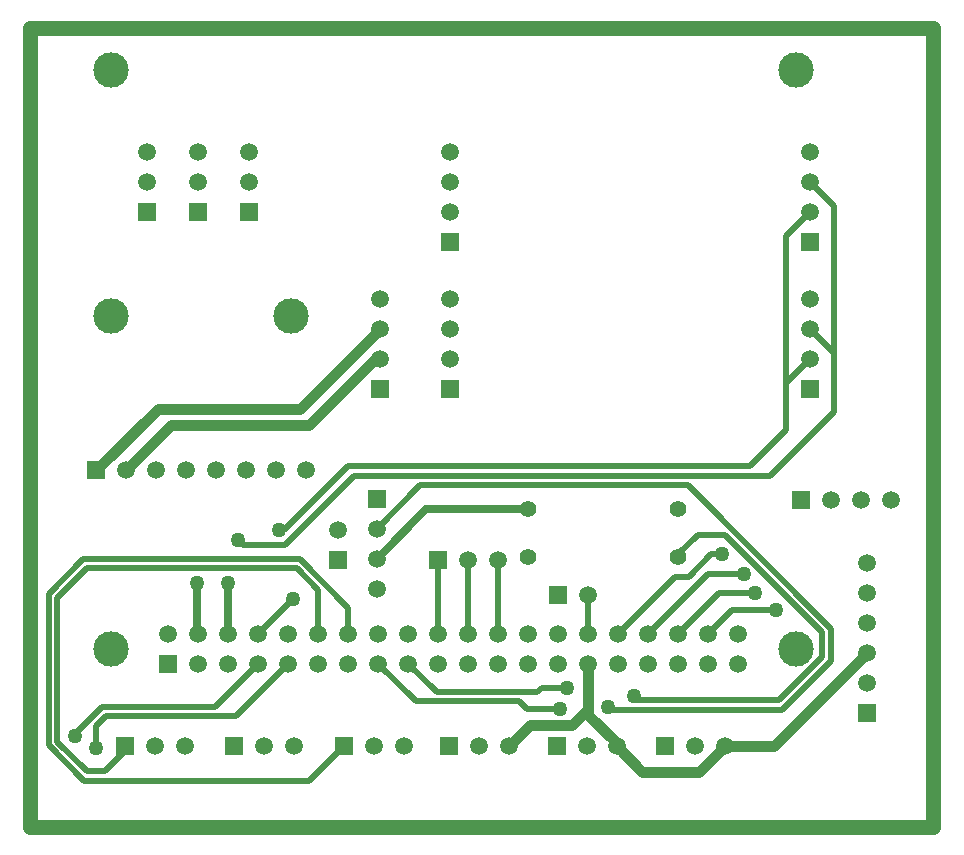
<source format=gbl>
G04 Layer_Physical_Order=2*
G04 Layer_Color=16711680*
%FSLAX44Y44*%
%MOMM*%
G71*
G01*
G75*
%ADD10C,0.9000*%
%ADD11C,0.7000*%
%ADD12C,0.5000*%
%ADD13C,1.2700*%
%ADD14C,3.0000*%
%ADD15C,1.5000*%
%ADD16R,1.5000X1.5000*%
%ADD17R,1.5000X1.5000*%
%ADD18C,1.4000*%
%ADD19C,1.2700*%
D10*
X1282700Y717550D02*
Y720090D01*
X1258570Y744220D02*
X1282700Y720090D01*
X1258570Y744220D02*
Y749300D01*
X1253950Y744680D02*
X1258570Y749300D01*
X1191260Y717550D02*
X1209040Y735330D01*
X1258570Y749300D02*
Y787400D01*
X867410Y951230D02*
X905510Y989330D01*
X1022350D01*
X1078230Y1045210D01*
X1082040D01*
X1282700Y717550D02*
X1304290Y695960D01*
X1352550D01*
X1374140Y717550D01*
X1253950Y744375D02*
Y744680D01*
X1209040Y735330D02*
X1244905D01*
X1253950Y744375D01*
X842010Y951230D02*
X894080Y1003300D01*
X1014730D01*
X1082040Y1070610D01*
X1416050Y717550D02*
X1494790Y796290D01*
X1374140Y717550D02*
X1416050D01*
D11*
X953770Y812800D02*
Y855980D01*
X927100Y814070D02*
Y855980D01*
X1121410Y918210D02*
X1207700D01*
X1079500Y876300D02*
X1121410Y918210D01*
D12*
X1200150Y755650D02*
X1206500Y749300D01*
X1112520Y755650D02*
X1200150D01*
X1080770Y787400D02*
X1112520Y755650D01*
X1106170Y787400D02*
X1130300Y763270D01*
X866140Y713740D02*
Y717550D01*
X1426210Y1024890D02*
Y1149350D01*
Y985520D02*
Y1024890D01*
X1446530Y1045210D01*
X1426210Y1149350D02*
X1446530Y1169670D01*
X1466850Y1050290D02*
Y1174750D01*
Y1000760D02*
Y1050290D01*
X1446530Y1070610D02*
X1466850Y1050290D01*
X1446530Y1195070D02*
X1466850Y1174750D01*
X1360170Y812800D02*
X1380490Y833120D01*
X1417320D01*
X927100Y814070D02*
X928370Y812800D01*
X1029970D02*
Y849630D01*
X979170Y812800D02*
X1008380Y842010D01*
X1283970Y812800D02*
X1332230Y861060D01*
X1258570Y812800D02*
Y845820D01*
X1206500Y749300D02*
X1234440D01*
X960120Y742950D02*
X1004570Y787400D01*
X850133Y742950D02*
X960120D01*
X847090Y750570D02*
X942340D01*
X979170Y787400D01*
X1309370Y812800D02*
X1360170Y863600D01*
X1390650D01*
X1332230Y861060D02*
X1343660D01*
X1362710Y880110D01*
X1371600D01*
X962025Y892175D02*
X966470Y887730D01*
X824230Y727710D02*
X847090Y750570D01*
X824230Y726440D02*
Y727710D01*
X1055370Y812800D02*
Y834893D01*
X808990Y721360D02*
Y843280D01*
Y721360D02*
X833745Y696606D01*
X801450Y718237D02*
X831657Y688030D01*
X801450Y718237D02*
Y846403D01*
X831657Y688030D02*
X1022040D01*
X1051560Y717550D01*
X833745Y696606D02*
X849006D01*
X866140Y713740D01*
X1412050Y945960D02*
X1466850Y1000760D01*
X966470Y887730D02*
X1002030D01*
X996950Y900430D02*
X1000760D01*
X1395730Y955040D02*
X1426210Y985520D01*
X1055370Y955040D02*
X1395730D01*
X1000760Y900430D02*
X1055370Y955040D01*
X1275080Y748030D02*
Y750570D01*
X1297305Y760095D02*
X1300480Y756920D01*
X1275080Y748030D02*
X1422400D01*
X1351280Y896620D02*
X1373996D01*
X1342859Y938420D02*
X1464310Y816969D01*
X1422400Y748030D02*
X1464310Y789940D01*
Y816969D01*
X1373996Y896620D02*
X1456690Y813926D01*
X1300480Y756920D02*
X1420261D01*
X1456690Y793349D01*
Y813926D01*
X1011460Y868140D02*
X1029970Y849630D01*
X833850Y868140D02*
X1011460D01*
X808990Y843280D02*
X833850Y868140D01*
X1014583Y875680D02*
X1055370Y834893D01*
X801450Y846403D02*
X830727Y875680D01*
X1014583D01*
X1002030Y887730D02*
X1060260Y945960D01*
X1079500Y901700D02*
X1116220Y938420D01*
X1060260Y945960D02*
X1412050D01*
X1116220Y938420D02*
X1342859D01*
X1334770Y812800D02*
X1369060Y847090D01*
X1399540D01*
X842010Y734827D02*
X850133Y742950D01*
X842010Y716280D02*
Y734827D01*
X1130300Y763270D02*
X1215390D01*
X1219200Y767080D01*
X1240790D01*
X1334770Y880110D02*
X1351280Y896620D01*
X1182370Y812800D02*
Y872490D01*
X1156970Y812800D02*
Y872490D01*
X1131570Y812800D02*
Y872490D01*
D13*
X786130Y1325880D02*
X1550670D01*
Y648970D02*
Y1325880D01*
X786130Y648970D02*
X1550670D01*
X786130D02*
Y1325880D01*
D14*
X1007110Y1082000D02*
D03*
X1434250Y800100D02*
D03*
X854350D02*
D03*
X1434250Y1290100D02*
D03*
X854710Y1082000D02*
D03*
X854350Y1290100D02*
D03*
D15*
X1046480Y900430D02*
D03*
X1079500Y850900D02*
D03*
Y876300D02*
D03*
Y901700D02*
D03*
X1446530Y1220470D02*
D03*
Y1195070D02*
D03*
Y1169670D02*
D03*
Y1096010D02*
D03*
Y1070610D02*
D03*
Y1045210D02*
D03*
X1494790Y847090D02*
D03*
Y821690D02*
D03*
Y796290D02*
D03*
Y770890D02*
D03*
X916940Y717550D02*
D03*
X1009650D02*
D03*
X1102360D02*
D03*
X1191260D02*
D03*
X1282700D02*
D03*
X1082040Y1045210D02*
D03*
Y1070610D02*
D03*
Y1096010D02*
D03*
X1374140Y717550D02*
D03*
X1258570Y845820D02*
D03*
X1464310Y925830D02*
D03*
X1489710D02*
D03*
X1515110D02*
D03*
X918210Y951230D02*
D03*
X892810D02*
D03*
X867410D02*
D03*
X902970Y812800D02*
D03*
X928370Y787400D02*
D03*
Y812800D02*
D03*
X953770Y787400D02*
D03*
Y812800D02*
D03*
X979170Y787400D02*
D03*
Y812800D02*
D03*
X1004570Y787400D02*
D03*
Y812800D02*
D03*
X1029970Y787400D02*
D03*
Y812800D02*
D03*
X1055370Y787400D02*
D03*
Y812800D02*
D03*
X1080770Y787400D02*
D03*
Y812800D02*
D03*
X1106170Y787400D02*
D03*
Y812800D02*
D03*
X1131570Y787400D02*
D03*
Y812800D02*
D03*
X1156970Y787400D02*
D03*
Y812800D02*
D03*
X1182370Y787400D02*
D03*
Y812800D02*
D03*
X1207770Y787400D02*
D03*
Y812800D02*
D03*
X1233170Y787400D02*
D03*
Y812800D02*
D03*
X1258570Y787400D02*
D03*
Y812800D02*
D03*
X1283970Y787400D02*
D03*
Y812800D02*
D03*
X1309370Y787400D02*
D03*
Y812800D02*
D03*
X1334770Y787400D02*
D03*
Y812800D02*
D03*
X1360170Y787400D02*
D03*
Y812800D02*
D03*
X1385570Y787400D02*
D03*
Y812800D02*
D03*
X1182370Y875030D02*
D03*
X1156970D02*
D03*
X1494790Y872490D02*
D03*
X891540Y717550D02*
D03*
X984250D02*
D03*
X1076960D02*
D03*
X1165860D02*
D03*
X1257300D02*
D03*
X1348740D02*
D03*
X1019810Y951230D02*
D03*
X994410D02*
D03*
X969010D02*
D03*
X943610D02*
D03*
X885190Y1220470D02*
D03*
Y1195070D02*
D03*
X928370Y1220470D02*
D03*
Y1195070D02*
D03*
X971550Y1220470D02*
D03*
Y1195070D02*
D03*
X1141730Y1096010D02*
D03*
Y1070610D02*
D03*
Y1045210D02*
D03*
Y1220470D02*
D03*
Y1195070D02*
D03*
Y1169670D02*
D03*
D16*
X1046480Y875030D02*
D03*
X1079500Y927100D02*
D03*
X1446530Y1144270D02*
D03*
Y1019810D02*
D03*
X1082040D02*
D03*
X1494790Y745490D02*
D03*
X885190Y1169670D02*
D03*
X928370D02*
D03*
X971550D02*
D03*
X1141730Y1019810D02*
D03*
Y1144270D02*
D03*
D17*
X866140Y717550D02*
D03*
X958850D02*
D03*
X1051560D02*
D03*
X1140460D02*
D03*
X1231900D02*
D03*
X1323340D02*
D03*
X1438910Y925830D02*
D03*
X842010Y951230D02*
D03*
X902970Y787400D02*
D03*
X1131570Y875030D02*
D03*
X1233170Y845820D02*
D03*
D18*
X1207700Y877570D02*
D03*
X1334770D02*
D03*
X1207700Y918210D02*
D03*
X1334740D02*
D03*
D19*
X1417320Y833120D02*
D03*
X962025Y892175D02*
D03*
X1390650Y863600D02*
D03*
X1371600Y880110D02*
D03*
X1008380Y842010D02*
D03*
X1234440Y749300D02*
D03*
X953770Y855980D02*
D03*
X927100D02*
D03*
X824230Y726440D02*
D03*
X996950Y900430D02*
D03*
X1275080Y750570D02*
D03*
X1297305Y760095D02*
D03*
X1399540Y847090D02*
D03*
X842010Y716280D02*
D03*
X1240790Y767080D02*
D03*
M02*

</source>
